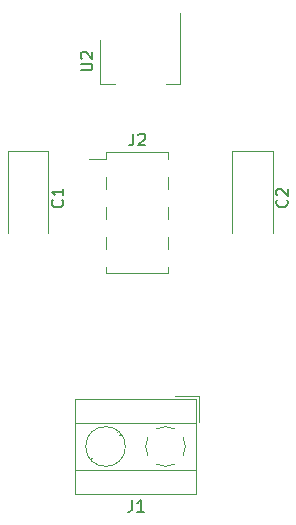
<source format=gbr>
%TF.GenerationSoftware,KiCad,Pcbnew,(5.1.9)-1*%
%TF.CreationDate,2021-05-14T01:46:21+02:00*%
%TF.ProjectId,Netzteil,4e65747a-7465-4696-9c2e-6b696361645f,rev?*%
%TF.SameCoordinates,Original*%
%TF.FileFunction,Legend,Top*%
%TF.FilePolarity,Positive*%
%FSLAX46Y46*%
G04 Gerber Fmt 4.6, Leading zero omitted, Abs format (unit mm)*
G04 Created by KiCad (PCBNEW (5.1.9)-1) date 2021-05-14 01:46:21*
%MOMM*%
%LPD*%
G01*
G04 APERTURE LIST*
%ADD10C,0.120000*%
%ADD11C,0.150000*%
G04 APERTURE END LIST*
D10*
%TO.C,J1*%
X118750000Y-109250000D02*
G75*
G03*
X118750000Y-109250000I-1680000J0D01*
G01*
X124750000Y-107250000D02*
X114470000Y-107250000D01*
X124750000Y-111250000D02*
X114470000Y-111250000D01*
X124750000Y-113310000D02*
X114470000Y-113310000D01*
X124750000Y-105190000D02*
X114470000Y-105190000D01*
X124750000Y-113310000D02*
X124750000Y-105190000D01*
X114470000Y-113310000D02*
X114470000Y-105190000D01*
X115795000Y-110319000D02*
X115889000Y-110226000D01*
X118080000Y-108034000D02*
X118139000Y-107976000D01*
X116000000Y-110525000D02*
X116059000Y-110466000D01*
X118250000Y-108274000D02*
X118344000Y-108181000D01*
X124990000Y-107190000D02*
X124990000Y-104950000D01*
X124990000Y-104950000D02*
X122990000Y-104950000D01*
X122120617Y-107569550D02*
G75*
G02*
X122939000Y-107766000I29383J-1680450D01*
G01*
X123633953Y-108460912D02*
G75*
G02*
X123634000Y-110039000I-1483953J-789088D01*
G01*
X122939088Y-110733953D02*
G75*
G02*
X121361000Y-110734000I-789088J1483953D01*
G01*
X120666047Y-110039088D02*
G75*
G02*
X120666000Y-108461000I1483953J789088D01*
G01*
X121361288Y-107766648D02*
G75*
G02*
X122150000Y-107570000I788712J-1483352D01*
G01*
%TO.C,C1*%
X108790000Y-84265000D02*
X108790000Y-91200000D01*
X112210000Y-84265000D02*
X108790000Y-84265000D01*
X112210000Y-91200000D02*
X112210000Y-84265000D01*
%TO.C,C2*%
X127790000Y-84265000D02*
X127790000Y-91200000D01*
X131210000Y-84265000D02*
X127790000Y-84265000D01*
X131210000Y-91200000D02*
X131210000Y-84265000D01*
%TO.C,U2*%
X123410000Y-72550000D02*
X123410000Y-78560000D01*
X116590000Y-74800000D02*
X116590000Y-78560000D01*
X123410000Y-78560000D02*
X122150000Y-78560000D01*
X116590000Y-78560000D02*
X117850000Y-78560000D01*
%TO.C,J2*%
X122350000Y-91480000D02*
X122350000Y-92500000D01*
X117150000Y-91480000D02*
X117150000Y-92500000D01*
X122350000Y-88940000D02*
X122350000Y-89960000D01*
X117150000Y-88940000D02*
X117150000Y-89960000D01*
X122350000Y-86400000D02*
X122350000Y-87420000D01*
X117150000Y-86400000D02*
X117150000Y-87420000D01*
X122350000Y-94020000D02*
X122350000Y-94590000D01*
X117150000Y-94020000D02*
X117150000Y-94590000D01*
X122350000Y-84310000D02*
X122350000Y-84880000D01*
X117150000Y-84310000D02*
X117150000Y-84880000D01*
X115710000Y-84880000D02*
X117150000Y-84880000D01*
X117150000Y-94590000D02*
X122350000Y-94590000D01*
X117150000Y-84310000D02*
X122350000Y-84310000D01*
%TO.C,J1*%
D11*
X119316666Y-113762380D02*
X119316666Y-114476666D01*
X119269047Y-114619523D01*
X119173809Y-114714761D01*
X119030952Y-114762380D01*
X118935714Y-114762380D01*
X120316666Y-114762380D02*
X119745238Y-114762380D01*
X120030952Y-114762380D02*
X120030952Y-113762380D01*
X119935714Y-113905238D01*
X119840476Y-114000476D01*
X119745238Y-114048095D01*
%TO.C,C1*%
X113407142Y-88366666D02*
X113454761Y-88414285D01*
X113502380Y-88557142D01*
X113502380Y-88652380D01*
X113454761Y-88795238D01*
X113359523Y-88890476D01*
X113264285Y-88938095D01*
X113073809Y-88985714D01*
X112930952Y-88985714D01*
X112740476Y-88938095D01*
X112645238Y-88890476D01*
X112550000Y-88795238D01*
X112502380Y-88652380D01*
X112502380Y-88557142D01*
X112550000Y-88414285D01*
X112597619Y-88366666D01*
X113502380Y-87414285D02*
X113502380Y-87985714D01*
X113502380Y-87700000D02*
X112502380Y-87700000D01*
X112645238Y-87795238D01*
X112740476Y-87890476D01*
X112788095Y-87985714D01*
%TO.C,C2*%
X132407142Y-88366666D02*
X132454761Y-88414285D01*
X132502380Y-88557142D01*
X132502380Y-88652380D01*
X132454761Y-88795238D01*
X132359523Y-88890476D01*
X132264285Y-88938095D01*
X132073809Y-88985714D01*
X131930952Y-88985714D01*
X131740476Y-88938095D01*
X131645238Y-88890476D01*
X131550000Y-88795238D01*
X131502380Y-88652380D01*
X131502380Y-88557142D01*
X131550000Y-88414285D01*
X131597619Y-88366666D01*
X131597619Y-87985714D02*
X131550000Y-87938095D01*
X131502380Y-87842857D01*
X131502380Y-87604761D01*
X131550000Y-87509523D01*
X131597619Y-87461904D01*
X131692857Y-87414285D01*
X131788095Y-87414285D01*
X131930952Y-87461904D01*
X132502380Y-88033333D01*
X132502380Y-87414285D01*
%TO.C,U2*%
X114952380Y-77411904D02*
X115761904Y-77411904D01*
X115857142Y-77364285D01*
X115904761Y-77316666D01*
X115952380Y-77221428D01*
X115952380Y-77030952D01*
X115904761Y-76935714D01*
X115857142Y-76888095D01*
X115761904Y-76840476D01*
X114952380Y-76840476D01*
X115047619Y-76411904D02*
X115000000Y-76364285D01*
X114952380Y-76269047D01*
X114952380Y-76030952D01*
X115000000Y-75935714D01*
X115047619Y-75888095D01*
X115142857Y-75840476D01*
X115238095Y-75840476D01*
X115380952Y-75888095D01*
X115952380Y-76459523D01*
X115952380Y-75840476D01*
%TO.C,J2*%
X119416666Y-82762380D02*
X119416666Y-83476666D01*
X119369047Y-83619523D01*
X119273809Y-83714761D01*
X119130952Y-83762380D01*
X119035714Y-83762380D01*
X119845238Y-82857619D02*
X119892857Y-82810000D01*
X119988095Y-82762380D01*
X120226190Y-82762380D01*
X120321428Y-82810000D01*
X120369047Y-82857619D01*
X120416666Y-82952857D01*
X120416666Y-83048095D01*
X120369047Y-83190952D01*
X119797619Y-83762380D01*
X120416666Y-83762380D01*
%TD*%
M02*

</source>
